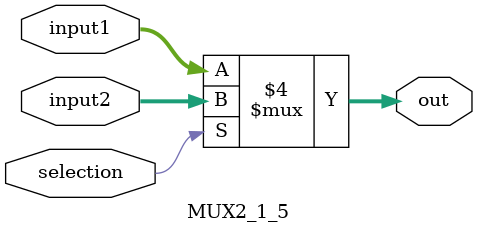
<source format=v>
`timescale 1ns / 1ps


module MUX2_1_5(
input selection,
input [4:0] input1,input2,
output reg [4:0] out
    );
    always@(*)begin
    if(selection==1) out=input2;
    else out=input1;
    end
endmodule

</source>
